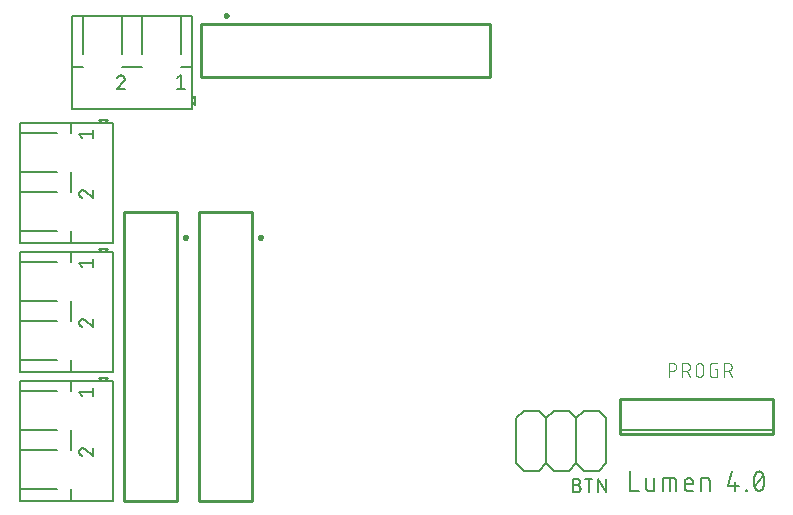
<source format=gbr>
G04 EAGLE Gerber RS-274X export*
G75*
%MOMM*%
%FSLAX34Y34*%
%LPD*%
%INSilkscreen Top*%
%IPPOS*%
%AMOC8*
5,1,8,0,0,1.08239X$1,22.5*%
G01*
%ADD10C,0.152400*%
%ADD11C,0.127000*%
%ADD12C,0.254000*%
%ADD13C,0.101600*%


D10*
X675448Y-762D02*
X675448Y-17018D01*
X682672Y-17018D01*
X688826Y-14309D02*
X688826Y-6181D01*
X688826Y-14309D02*
X688828Y-14410D01*
X688834Y-14511D01*
X688843Y-14612D01*
X688856Y-14713D01*
X688873Y-14813D01*
X688894Y-14912D01*
X688918Y-15010D01*
X688946Y-15107D01*
X688978Y-15204D01*
X689013Y-15299D01*
X689052Y-15392D01*
X689094Y-15484D01*
X689140Y-15575D01*
X689189Y-15664D01*
X689241Y-15750D01*
X689297Y-15835D01*
X689355Y-15918D01*
X689417Y-15998D01*
X689482Y-16076D01*
X689549Y-16152D01*
X689619Y-16225D01*
X689692Y-16295D01*
X689768Y-16362D01*
X689846Y-16427D01*
X689926Y-16489D01*
X690009Y-16547D01*
X690094Y-16603D01*
X690181Y-16655D01*
X690269Y-16704D01*
X690360Y-16750D01*
X690452Y-16792D01*
X690545Y-16831D01*
X690640Y-16866D01*
X690737Y-16898D01*
X690834Y-16926D01*
X690932Y-16950D01*
X691031Y-16971D01*
X691131Y-16988D01*
X691232Y-17001D01*
X691333Y-17010D01*
X691434Y-17016D01*
X691535Y-17018D01*
X696051Y-17018D01*
X696051Y-6181D01*
X703693Y-6181D02*
X703693Y-17018D01*
X703693Y-6181D02*
X711821Y-6181D01*
X711922Y-6183D01*
X712023Y-6189D01*
X712124Y-6198D01*
X712225Y-6211D01*
X712325Y-6228D01*
X712424Y-6249D01*
X712522Y-6273D01*
X712619Y-6301D01*
X712716Y-6333D01*
X712811Y-6368D01*
X712904Y-6407D01*
X712996Y-6449D01*
X713087Y-6495D01*
X713176Y-6544D01*
X713262Y-6596D01*
X713347Y-6652D01*
X713430Y-6710D01*
X713510Y-6772D01*
X713588Y-6837D01*
X713664Y-6904D01*
X713737Y-6974D01*
X713807Y-7047D01*
X713874Y-7123D01*
X713939Y-7201D01*
X714001Y-7281D01*
X714059Y-7364D01*
X714115Y-7449D01*
X714167Y-7536D01*
X714216Y-7624D01*
X714262Y-7715D01*
X714304Y-7807D01*
X714343Y-7900D01*
X714378Y-7995D01*
X714410Y-8092D01*
X714438Y-8189D01*
X714462Y-8287D01*
X714483Y-8386D01*
X714500Y-8486D01*
X714513Y-8587D01*
X714522Y-8688D01*
X714528Y-8789D01*
X714530Y-8890D01*
X714530Y-17018D01*
X709112Y-17018D02*
X709112Y-6181D01*
X724361Y-17018D02*
X728876Y-17018D01*
X724361Y-17018D02*
X724260Y-17016D01*
X724159Y-17010D01*
X724058Y-17001D01*
X723957Y-16988D01*
X723857Y-16971D01*
X723758Y-16950D01*
X723660Y-16926D01*
X723563Y-16898D01*
X723466Y-16866D01*
X723371Y-16831D01*
X723278Y-16792D01*
X723186Y-16750D01*
X723095Y-16704D01*
X723007Y-16655D01*
X722920Y-16603D01*
X722835Y-16547D01*
X722752Y-16489D01*
X722672Y-16427D01*
X722594Y-16362D01*
X722518Y-16295D01*
X722445Y-16225D01*
X722375Y-16152D01*
X722308Y-16076D01*
X722243Y-15998D01*
X722181Y-15918D01*
X722123Y-15835D01*
X722067Y-15750D01*
X722015Y-15664D01*
X721966Y-15575D01*
X721920Y-15484D01*
X721878Y-15392D01*
X721839Y-15299D01*
X721804Y-15204D01*
X721772Y-15107D01*
X721744Y-15010D01*
X721720Y-14912D01*
X721699Y-14813D01*
X721682Y-14713D01*
X721669Y-14612D01*
X721660Y-14511D01*
X721654Y-14410D01*
X721652Y-14309D01*
X721651Y-14309D02*
X721651Y-9793D01*
X721652Y-9793D02*
X721654Y-9674D01*
X721660Y-9554D01*
X721670Y-9435D01*
X721684Y-9317D01*
X721701Y-9198D01*
X721723Y-9081D01*
X721748Y-8964D01*
X721778Y-8849D01*
X721811Y-8734D01*
X721848Y-8620D01*
X721888Y-8508D01*
X721933Y-8397D01*
X721981Y-8288D01*
X722032Y-8180D01*
X722087Y-8074D01*
X722146Y-7970D01*
X722208Y-7868D01*
X722273Y-7768D01*
X722342Y-7670D01*
X722414Y-7574D01*
X722489Y-7481D01*
X722566Y-7391D01*
X722647Y-7303D01*
X722731Y-7218D01*
X722818Y-7136D01*
X722907Y-7056D01*
X722999Y-6980D01*
X723093Y-6906D01*
X723190Y-6836D01*
X723288Y-6769D01*
X723389Y-6705D01*
X723493Y-6645D01*
X723598Y-6588D01*
X723705Y-6535D01*
X723813Y-6485D01*
X723923Y-6439D01*
X724035Y-6397D01*
X724148Y-6358D01*
X724262Y-6323D01*
X724377Y-6292D01*
X724494Y-6264D01*
X724611Y-6241D01*
X724728Y-6221D01*
X724847Y-6205D01*
X724966Y-6193D01*
X725085Y-6185D01*
X725204Y-6181D01*
X725324Y-6181D01*
X725443Y-6185D01*
X725562Y-6193D01*
X725681Y-6205D01*
X725800Y-6221D01*
X725917Y-6241D01*
X726034Y-6264D01*
X726151Y-6292D01*
X726266Y-6323D01*
X726380Y-6358D01*
X726493Y-6397D01*
X726605Y-6439D01*
X726715Y-6485D01*
X726823Y-6535D01*
X726930Y-6588D01*
X727035Y-6645D01*
X727139Y-6705D01*
X727240Y-6769D01*
X727338Y-6836D01*
X727435Y-6906D01*
X727529Y-6980D01*
X727621Y-7056D01*
X727710Y-7136D01*
X727797Y-7218D01*
X727881Y-7303D01*
X727962Y-7391D01*
X728039Y-7481D01*
X728114Y-7574D01*
X728186Y-7670D01*
X728255Y-7768D01*
X728320Y-7868D01*
X728382Y-7970D01*
X728441Y-8074D01*
X728496Y-8180D01*
X728547Y-8288D01*
X728595Y-8397D01*
X728640Y-8508D01*
X728680Y-8620D01*
X728717Y-8734D01*
X728750Y-8849D01*
X728780Y-8964D01*
X728805Y-9081D01*
X728827Y-9198D01*
X728844Y-9317D01*
X728858Y-9435D01*
X728868Y-9554D01*
X728874Y-9674D01*
X728876Y-9793D01*
X728876Y-11599D01*
X721651Y-11599D01*
X735720Y-17018D02*
X735720Y-6181D01*
X740235Y-6181D01*
X740339Y-6183D01*
X740442Y-6189D01*
X740546Y-6199D01*
X740649Y-6213D01*
X740751Y-6231D01*
X740852Y-6252D01*
X740953Y-6278D01*
X741052Y-6307D01*
X741151Y-6340D01*
X741248Y-6377D01*
X741343Y-6418D01*
X741437Y-6462D01*
X741529Y-6510D01*
X741619Y-6561D01*
X741708Y-6616D01*
X741794Y-6674D01*
X741877Y-6736D01*
X741959Y-6800D01*
X742037Y-6868D01*
X742113Y-6938D01*
X742187Y-7011D01*
X742257Y-7088D01*
X742325Y-7166D01*
X742389Y-7248D01*
X742451Y-7331D01*
X742509Y-7417D01*
X742564Y-7506D01*
X742615Y-7596D01*
X742663Y-7688D01*
X742707Y-7782D01*
X742748Y-7877D01*
X742785Y-7974D01*
X742818Y-8073D01*
X742847Y-8172D01*
X742873Y-8273D01*
X742894Y-8374D01*
X742912Y-8476D01*
X742926Y-8579D01*
X742936Y-8683D01*
X742942Y-8786D01*
X742944Y-8890D01*
X742944Y-17018D01*
X758263Y-13406D02*
X761876Y-762D01*
X758263Y-13406D02*
X767294Y-13406D01*
X764585Y-9793D02*
X764585Y-17018D01*
X773269Y-17018D02*
X773269Y-16115D01*
X774172Y-16115D01*
X774172Y-17018D01*
X773269Y-17018D01*
X780147Y-8890D02*
X780151Y-8570D01*
X780162Y-8251D01*
X780181Y-7931D01*
X780208Y-7613D01*
X780242Y-7295D01*
X780284Y-6978D01*
X780334Y-6662D01*
X780391Y-6347D01*
X780455Y-6034D01*
X780527Y-5722D01*
X780606Y-5412D01*
X780693Y-5105D01*
X780787Y-4799D01*
X780888Y-4496D01*
X780997Y-4195D01*
X781112Y-3897D01*
X781235Y-3601D01*
X781365Y-3309D01*
X781502Y-3020D01*
X781502Y-3019D02*
X781541Y-2911D01*
X781584Y-2804D01*
X781630Y-2699D01*
X781680Y-2596D01*
X781734Y-2494D01*
X781791Y-2394D01*
X781852Y-2296D01*
X781916Y-2200D01*
X781983Y-2107D01*
X782053Y-2016D01*
X782127Y-1927D01*
X782203Y-1841D01*
X782283Y-1758D01*
X782365Y-1677D01*
X782450Y-1599D01*
X782537Y-1525D01*
X782628Y-1453D01*
X782720Y-1384D01*
X782815Y-1319D01*
X782912Y-1257D01*
X783011Y-1198D01*
X783112Y-1143D01*
X783215Y-1092D01*
X783320Y-1044D01*
X783426Y-999D01*
X783533Y-958D01*
X783642Y-921D01*
X783753Y-888D01*
X783864Y-859D01*
X783976Y-833D01*
X784089Y-811D01*
X784203Y-794D01*
X784317Y-780D01*
X784432Y-770D01*
X784547Y-764D01*
X784662Y-762D01*
X784777Y-764D01*
X784892Y-770D01*
X785007Y-780D01*
X785121Y-794D01*
X785235Y-811D01*
X785348Y-833D01*
X785460Y-859D01*
X785572Y-888D01*
X785682Y-921D01*
X785791Y-958D01*
X785899Y-999D01*
X786005Y-1044D01*
X786110Y-1092D01*
X786212Y-1143D01*
X786314Y-1199D01*
X786413Y-1257D01*
X786510Y-1319D01*
X786605Y-1385D01*
X786697Y-1453D01*
X786787Y-1525D01*
X786875Y-1599D01*
X786960Y-1677D01*
X787042Y-1758D01*
X787121Y-1841D01*
X787198Y-1927D01*
X787271Y-2016D01*
X787342Y-2107D01*
X787409Y-2201D01*
X787473Y-2296D01*
X787534Y-2394D01*
X787591Y-2494D01*
X787644Y-2596D01*
X787695Y-2700D01*
X787741Y-2805D01*
X787784Y-2912D01*
X787823Y-3020D01*
X787960Y-3309D01*
X788090Y-3601D01*
X788213Y-3897D01*
X788328Y-4195D01*
X788437Y-4496D01*
X788538Y-4799D01*
X788632Y-5105D01*
X788719Y-5412D01*
X788798Y-5722D01*
X788870Y-6034D01*
X788934Y-6347D01*
X788991Y-6662D01*
X789041Y-6978D01*
X789083Y-7295D01*
X789117Y-7613D01*
X789144Y-7931D01*
X789163Y-8251D01*
X789174Y-8570D01*
X789178Y-8890D01*
X780147Y-8890D02*
X780151Y-9210D01*
X780162Y-9529D01*
X780181Y-9849D01*
X780208Y-10167D01*
X780242Y-10485D01*
X780284Y-10802D01*
X780334Y-11118D01*
X780391Y-11433D01*
X780455Y-11746D01*
X780527Y-12058D01*
X780606Y-12368D01*
X780693Y-12675D01*
X780787Y-12981D01*
X780888Y-13284D01*
X780997Y-13585D01*
X781112Y-13883D01*
X781235Y-14179D01*
X781365Y-14471D01*
X781502Y-14760D01*
X781501Y-14761D02*
X781540Y-14869D01*
X781583Y-14976D01*
X781629Y-15081D01*
X781680Y-15185D01*
X781733Y-15287D01*
X781790Y-15387D01*
X781851Y-15485D01*
X781915Y-15580D01*
X781982Y-15674D01*
X782053Y-15765D01*
X782126Y-15854D01*
X782203Y-15940D01*
X782282Y-16023D01*
X782364Y-16104D01*
X782449Y-16182D01*
X782537Y-16256D01*
X782627Y-16328D01*
X782720Y-16397D01*
X782814Y-16462D01*
X782911Y-16524D01*
X783011Y-16582D01*
X783112Y-16638D01*
X783214Y-16689D01*
X783319Y-16737D01*
X783425Y-16782D01*
X783533Y-16823D01*
X783642Y-16860D01*
X783752Y-16893D01*
X783864Y-16922D01*
X783976Y-16948D01*
X784089Y-16970D01*
X784203Y-16987D01*
X784317Y-17001D01*
X784432Y-17011D01*
X784547Y-17017D01*
X784662Y-17019D01*
X787823Y-14760D02*
X787960Y-14471D01*
X788090Y-14179D01*
X788213Y-13883D01*
X788328Y-13585D01*
X788437Y-13284D01*
X788538Y-12981D01*
X788632Y-12675D01*
X788719Y-12368D01*
X788798Y-12058D01*
X788870Y-11746D01*
X788934Y-11433D01*
X788991Y-11118D01*
X789041Y-10802D01*
X789083Y-10485D01*
X789117Y-10167D01*
X789144Y-9849D01*
X789163Y-9529D01*
X789174Y-9210D01*
X789178Y-8890D01*
X787823Y-14760D02*
X787784Y-14868D01*
X787741Y-14975D01*
X787695Y-15080D01*
X787644Y-15184D01*
X787591Y-15286D01*
X787534Y-15386D01*
X787473Y-15484D01*
X787409Y-15579D01*
X787342Y-15673D01*
X787271Y-15764D01*
X787198Y-15853D01*
X787121Y-15939D01*
X787042Y-16022D01*
X786960Y-16103D01*
X786875Y-16181D01*
X786787Y-16255D01*
X786697Y-16327D01*
X786604Y-16396D01*
X786510Y-16461D01*
X786413Y-16523D01*
X786313Y-16581D01*
X786212Y-16637D01*
X786109Y-16688D01*
X786005Y-16736D01*
X785899Y-16781D01*
X785791Y-16822D01*
X785682Y-16859D01*
X785572Y-16892D01*
X785460Y-16921D01*
X785348Y-16947D01*
X785235Y-16969D01*
X785121Y-16986D01*
X785007Y-17000D01*
X784892Y-17010D01*
X784777Y-17016D01*
X784662Y-17018D01*
X781050Y-13406D02*
X788275Y-4374D01*
X203200Y341630D02*
X203200Y384810D01*
X304800Y384810D01*
X212598Y384810D02*
X212598Y353060D01*
X212598Y384810D02*
X245618Y384810D01*
X245618Y353060D01*
X262636Y353060D02*
X262636Y384810D01*
X295656Y384810D01*
X295656Y353060D01*
X304800Y341630D02*
X304800Y384810D01*
X304800Y341630D02*
X304800Y314960D01*
X304800Y312420D01*
X304800Y306070D01*
X203200Y306070D01*
X203200Y341630D01*
X295656Y341630D02*
X304800Y341630D01*
X262636Y341630D02*
X245618Y341630D01*
X212598Y341630D02*
X203200Y341630D01*
D11*
X291973Y332105D02*
X295148Y334645D01*
X295148Y323215D01*
X291973Y323215D02*
X298323Y323215D01*
X247524Y331788D02*
X247522Y331892D01*
X247516Y331997D01*
X247507Y332101D01*
X247494Y332204D01*
X247476Y332307D01*
X247456Y332409D01*
X247431Y332511D01*
X247403Y332611D01*
X247371Y332711D01*
X247335Y332809D01*
X247296Y332906D01*
X247254Y333001D01*
X247208Y333095D01*
X247158Y333187D01*
X247106Y333277D01*
X247050Y333365D01*
X246990Y333451D01*
X246928Y333535D01*
X246863Y333616D01*
X246795Y333695D01*
X246723Y333772D01*
X246650Y333845D01*
X246573Y333917D01*
X246494Y333985D01*
X246413Y334050D01*
X246329Y334112D01*
X246243Y334172D01*
X246155Y334228D01*
X246065Y334280D01*
X245973Y334330D01*
X245879Y334376D01*
X245784Y334418D01*
X245687Y334457D01*
X245589Y334493D01*
X245489Y334525D01*
X245389Y334553D01*
X245287Y334578D01*
X245185Y334598D01*
X245082Y334616D01*
X244979Y334629D01*
X244875Y334638D01*
X244770Y334644D01*
X244666Y334646D01*
X244666Y334645D02*
X244548Y334643D01*
X244429Y334637D01*
X244311Y334628D01*
X244194Y334615D01*
X244077Y334597D01*
X243960Y334577D01*
X243844Y334552D01*
X243729Y334524D01*
X243616Y334491D01*
X243503Y334456D01*
X243391Y334416D01*
X243281Y334374D01*
X243172Y334327D01*
X243064Y334277D01*
X242959Y334224D01*
X242855Y334167D01*
X242753Y334107D01*
X242653Y334044D01*
X242555Y333977D01*
X242459Y333908D01*
X242366Y333835D01*
X242275Y333759D01*
X242186Y333681D01*
X242100Y333599D01*
X242017Y333515D01*
X241936Y333429D01*
X241859Y333339D01*
X241784Y333248D01*
X241712Y333154D01*
X241643Y333057D01*
X241578Y332959D01*
X241515Y332858D01*
X241456Y332755D01*
X241400Y332651D01*
X241348Y332545D01*
X241299Y332437D01*
X241254Y332328D01*
X241212Y332217D01*
X241174Y332105D01*
X246571Y329566D02*
X246647Y329641D01*
X246722Y329720D01*
X246793Y329801D01*
X246862Y329885D01*
X246927Y329971D01*
X246989Y330059D01*
X247049Y330149D01*
X247105Y330241D01*
X247158Y330336D01*
X247207Y330432D01*
X247253Y330530D01*
X247296Y330629D01*
X247335Y330730D01*
X247370Y330832D01*
X247402Y330935D01*
X247430Y331039D01*
X247455Y331144D01*
X247476Y331251D01*
X247493Y331357D01*
X247506Y331464D01*
X247515Y331572D01*
X247521Y331680D01*
X247523Y331788D01*
X246571Y329565D02*
X241173Y323215D01*
X247523Y323215D01*
X304800Y312420D02*
X307340Y309880D01*
X307340Y317500D01*
X304800Y314960D01*
D10*
X201930Y193040D02*
X158750Y193040D01*
X158750Y294640D01*
X158750Y202438D02*
X190500Y202438D01*
X158750Y202438D02*
X158750Y235458D01*
X190500Y235458D01*
X190500Y252476D02*
X158750Y252476D01*
X158750Y285496D01*
X190500Y285496D01*
X201930Y294640D02*
X158750Y294640D01*
X201930Y294640D02*
X228600Y294640D01*
X231140Y294640D01*
X237490Y294640D01*
X237490Y193040D01*
X201930Y193040D01*
X201930Y285496D02*
X201930Y294640D01*
X201930Y252476D02*
X201930Y235458D01*
X201930Y202438D02*
X201930Y193040D01*
D11*
X211455Y281813D02*
X208915Y284988D01*
X220345Y284988D01*
X220345Y281813D02*
X220345Y288163D01*
X211773Y237364D02*
X211669Y237362D01*
X211564Y237356D01*
X211460Y237347D01*
X211357Y237334D01*
X211254Y237316D01*
X211152Y237296D01*
X211050Y237271D01*
X210950Y237243D01*
X210850Y237211D01*
X210752Y237175D01*
X210655Y237136D01*
X210560Y237094D01*
X210466Y237048D01*
X210374Y236998D01*
X210284Y236946D01*
X210196Y236890D01*
X210110Y236830D01*
X210026Y236768D01*
X209945Y236703D01*
X209866Y236635D01*
X209789Y236563D01*
X209716Y236490D01*
X209644Y236413D01*
X209576Y236334D01*
X209511Y236253D01*
X209449Y236169D01*
X209389Y236083D01*
X209333Y235995D01*
X209281Y235905D01*
X209231Y235813D01*
X209185Y235719D01*
X209143Y235624D01*
X209104Y235527D01*
X209068Y235429D01*
X209036Y235329D01*
X209008Y235229D01*
X208983Y235127D01*
X208963Y235025D01*
X208945Y234922D01*
X208932Y234819D01*
X208923Y234715D01*
X208917Y234610D01*
X208915Y234506D01*
X208917Y234388D01*
X208923Y234269D01*
X208932Y234151D01*
X208945Y234034D01*
X208963Y233917D01*
X208983Y233800D01*
X209008Y233684D01*
X209036Y233569D01*
X209069Y233456D01*
X209104Y233343D01*
X209144Y233231D01*
X209186Y233121D01*
X209233Y233012D01*
X209283Y232904D01*
X209336Y232799D01*
X209393Y232695D01*
X209453Y232593D01*
X209516Y232493D01*
X209583Y232395D01*
X209652Y232299D01*
X209725Y232206D01*
X209801Y232115D01*
X209879Y232026D01*
X209961Y231940D01*
X210045Y231857D01*
X210131Y231776D01*
X210221Y231699D01*
X210312Y231624D01*
X210406Y231552D01*
X210503Y231483D01*
X210601Y231418D01*
X210702Y231355D01*
X210805Y231296D01*
X210909Y231240D01*
X211015Y231188D01*
X211123Y231139D01*
X211232Y231094D01*
X211343Y231052D01*
X211455Y231014D01*
X213995Y236411D02*
X213920Y236487D01*
X213841Y236562D01*
X213760Y236633D01*
X213676Y236702D01*
X213590Y236767D01*
X213502Y236829D01*
X213412Y236889D01*
X213320Y236945D01*
X213225Y236998D01*
X213129Y237047D01*
X213031Y237093D01*
X212932Y237136D01*
X212831Y237175D01*
X212729Y237210D01*
X212626Y237242D01*
X212522Y237270D01*
X212417Y237295D01*
X212310Y237316D01*
X212204Y237333D01*
X212097Y237346D01*
X211989Y237355D01*
X211881Y237361D01*
X211773Y237363D01*
X213995Y236411D02*
X220345Y231013D01*
X220345Y237363D01*
X231140Y294640D02*
X233680Y297180D01*
X226060Y297180D01*
X228600Y294640D01*
D10*
X201930Y83820D02*
X158750Y83820D01*
X158750Y185420D01*
X158750Y93218D02*
X190500Y93218D01*
X158750Y93218D02*
X158750Y126238D01*
X190500Y126238D01*
X190500Y143256D02*
X158750Y143256D01*
X158750Y176276D01*
X190500Y176276D01*
X201930Y185420D02*
X158750Y185420D01*
X201930Y185420D02*
X228600Y185420D01*
X231140Y185420D01*
X237490Y185420D01*
X237490Y83820D01*
X201930Y83820D01*
X201930Y176276D02*
X201930Y185420D01*
X201930Y143256D02*
X201930Y126238D01*
X201930Y93218D02*
X201930Y83820D01*
D11*
X211455Y172593D02*
X208915Y175768D01*
X220345Y175768D01*
X220345Y172593D02*
X220345Y178943D01*
X211773Y128144D02*
X211669Y128142D01*
X211564Y128136D01*
X211460Y128127D01*
X211357Y128114D01*
X211254Y128096D01*
X211152Y128076D01*
X211050Y128051D01*
X210950Y128023D01*
X210850Y127991D01*
X210752Y127955D01*
X210655Y127916D01*
X210560Y127874D01*
X210466Y127828D01*
X210374Y127778D01*
X210284Y127726D01*
X210196Y127670D01*
X210110Y127610D01*
X210026Y127548D01*
X209945Y127483D01*
X209866Y127415D01*
X209789Y127343D01*
X209716Y127270D01*
X209644Y127193D01*
X209576Y127114D01*
X209511Y127033D01*
X209449Y126949D01*
X209389Y126863D01*
X209333Y126775D01*
X209281Y126685D01*
X209231Y126593D01*
X209185Y126499D01*
X209143Y126404D01*
X209104Y126307D01*
X209068Y126209D01*
X209036Y126109D01*
X209008Y126009D01*
X208983Y125907D01*
X208963Y125805D01*
X208945Y125702D01*
X208932Y125599D01*
X208923Y125495D01*
X208917Y125390D01*
X208915Y125286D01*
X208917Y125168D01*
X208923Y125049D01*
X208932Y124931D01*
X208945Y124814D01*
X208963Y124697D01*
X208983Y124580D01*
X209008Y124464D01*
X209036Y124349D01*
X209069Y124236D01*
X209104Y124123D01*
X209144Y124011D01*
X209186Y123901D01*
X209233Y123792D01*
X209283Y123684D01*
X209336Y123579D01*
X209393Y123475D01*
X209453Y123373D01*
X209516Y123273D01*
X209583Y123175D01*
X209652Y123079D01*
X209725Y122986D01*
X209801Y122895D01*
X209879Y122806D01*
X209961Y122720D01*
X210045Y122637D01*
X210131Y122556D01*
X210221Y122479D01*
X210312Y122404D01*
X210406Y122332D01*
X210503Y122263D01*
X210601Y122198D01*
X210702Y122135D01*
X210805Y122076D01*
X210909Y122020D01*
X211015Y121968D01*
X211123Y121919D01*
X211232Y121874D01*
X211343Y121832D01*
X211455Y121794D01*
X213995Y127191D02*
X213920Y127267D01*
X213841Y127342D01*
X213760Y127413D01*
X213676Y127482D01*
X213590Y127547D01*
X213502Y127609D01*
X213412Y127669D01*
X213320Y127725D01*
X213225Y127778D01*
X213129Y127827D01*
X213031Y127873D01*
X212932Y127916D01*
X212831Y127955D01*
X212729Y127990D01*
X212626Y128022D01*
X212522Y128050D01*
X212417Y128075D01*
X212310Y128096D01*
X212204Y128113D01*
X212097Y128126D01*
X211989Y128135D01*
X211881Y128141D01*
X211773Y128143D01*
X213995Y127191D02*
X220345Y121793D01*
X220345Y128143D01*
X231140Y185420D02*
X233680Y187960D01*
X226060Y187960D01*
X228600Y185420D01*
D10*
X201930Y-25400D02*
X158750Y-25400D01*
X158750Y76200D01*
X158750Y-16002D02*
X190500Y-16002D01*
X158750Y-16002D02*
X158750Y17018D01*
X190500Y17018D01*
X190500Y34036D02*
X158750Y34036D01*
X158750Y67056D01*
X190500Y67056D01*
X201930Y76200D02*
X158750Y76200D01*
X201930Y76200D02*
X228600Y76200D01*
X231140Y76200D01*
X237490Y76200D01*
X237490Y-25400D01*
X201930Y-25400D01*
X201930Y67056D02*
X201930Y76200D01*
X201930Y34036D02*
X201930Y17018D01*
X201930Y-16002D02*
X201930Y-25400D01*
D11*
X211455Y63373D02*
X208915Y66548D01*
X220345Y66548D01*
X220345Y63373D02*
X220345Y69723D01*
X211773Y18924D02*
X211669Y18922D01*
X211564Y18916D01*
X211460Y18907D01*
X211357Y18894D01*
X211254Y18876D01*
X211152Y18856D01*
X211050Y18831D01*
X210950Y18803D01*
X210850Y18771D01*
X210752Y18735D01*
X210655Y18696D01*
X210560Y18654D01*
X210466Y18608D01*
X210374Y18558D01*
X210284Y18506D01*
X210196Y18450D01*
X210110Y18390D01*
X210026Y18328D01*
X209945Y18263D01*
X209866Y18195D01*
X209789Y18123D01*
X209716Y18050D01*
X209644Y17973D01*
X209576Y17894D01*
X209511Y17813D01*
X209449Y17729D01*
X209389Y17643D01*
X209333Y17555D01*
X209281Y17465D01*
X209231Y17373D01*
X209185Y17279D01*
X209143Y17184D01*
X209104Y17087D01*
X209068Y16989D01*
X209036Y16889D01*
X209008Y16789D01*
X208983Y16687D01*
X208963Y16585D01*
X208945Y16482D01*
X208932Y16379D01*
X208923Y16275D01*
X208917Y16170D01*
X208915Y16066D01*
X208917Y15948D01*
X208923Y15829D01*
X208932Y15711D01*
X208945Y15594D01*
X208963Y15477D01*
X208983Y15360D01*
X209008Y15244D01*
X209036Y15129D01*
X209069Y15016D01*
X209104Y14903D01*
X209144Y14791D01*
X209186Y14681D01*
X209233Y14572D01*
X209283Y14464D01*
X209336Y14359D01*
X209393Y14255D01*
X209453Y14153D01*
X209516Y14053D01*
X209583Y13955D01*
X209652Y13859D01*
X209725Y13766D01*
X209801Y13675D01*
X209879Y13586D01*
X209961Y13500D01*
X210045Y13417D01*
X210131Y13336D01*
X210221Y13259D01*
X210312Y13184D01*
X210406Y13112D01*
X210503Y13043D01*
X210601Y12978D01*
X210702Y12915D01*
X210805Y12856D01*
X210909Y12800D01*
X211015Y12748D01*
X211123Y12699D01*
X211232Y12654D01*
X211343Y12612D01*
X211455Y12574D01*
X213995Y17971D02*
X213920Y18047D01*
X213841Y18122D01*
X213760Y18193D01*
X213676Y18262D01*
X213590Y18327D01*
X213502Y18389D01*
X213412Y18449D01*
X213320Y18505D01*
X213225Y18558D01*
X213129Y18607D01*
X213031Y18653D01*
X212932Y18696D01*
X212831Y18735D01*
X212729Y18770D01*
X212626Y18802D01*
X212522Y18830D01*
X212417Y18855D01*
X212310Y18876D01*
X212204Y18893D01*
X212097Y18906D01*
X211989Y18915D01*
X211881Y18921D01*
X211773Y18923D01*
X213995Y17971D02*
X220345Y12573D01*
X220345Y18923D01*
X231140Y76200D02*
X233680Y78740D01*
X226060Y78740D01*
X228600Y76200D01*
D12*
X556840Y333460D02*
X556840Y378460D01*
X556840Y333460D02*
X311840Y333460D01*
X311840Y378460D01*
X556840Y378460D01*
X332210Y385330D02*
X332212Y385402D01*
X332218Y385473D01*
X332228Y385544D01*
X332242Y385615D01*
X332260Y385684D01*
X332281Y385752D01*
X332306Y385820D01*
X332336Y385885D01*
X332368Y385949D01*
X332404Y386011D01*
X332444Y386071D01*
X332487Y386128D01*
X332533Y386183D01*
X332582Y386236D01*
X332633Y386285D01*
X332688Y386332D01*
X332745Y386376D01*
X332804Y386416D01*
X332865Y386453D01*
X332929Y386487D01*
X332994Y386517D01*
X333061Y386543D01*
X333129Y386565D01*
X333198Y386584D01*
X333268Y386599D01*
X333339Y386610D01*
X333410Y386617D01*
X333482Y386620D01*
X333554Y386619D01*
X333625Y386614D01*
X333696Y386605D01*
X333767Y386592D01*
X333837Y386575D01*
X333905Y386555D01*
X333973Y386530D01*
X334039Y386502D01*
X334103Y386470D01*
X334166Y386435D01*
X334226Y386396D01*
X334284Y386354D01*
X334340Y386309D01*
X334393Y386261D01*
X334443Y386210D01*
X334491Y386156D01*
X334535Y386100D01*
X334576Y386041D01*
X334614Y385980D01*
X334649Y385917D01*
X334679Y385853D01*
X334707Y385786D01*
X334730Y385718D01*
X334750Y385649D01*
X334766Y385579D01*
X334778Y385509D01*
X334786Y385437D01*
X334790Y385366D01*
X334790Y385294D01*
X334786Y385223D01*
X334778Y385151D01*
X334766Y385081D01*
X334750Y385011D01*
X334730Y384942D01*
X334707Y384874D01*
X334679Y384807D01*
X334649Y384743D01*
X334614Y384680D01*
X334576Y384619D01*
X334535Y384560D01*
X334491Y384504D01*
X334443Y384450D01*
X334393Y384399D01*
X334340Y384351D01*
X334284Y384306D01*
X334226Y384264D01*
X334166Y384225D01*
X334103Y384190D01*
X334039Y384158D01*
X333973Y384130D01*
X333905Y384105D01*
X333837Y384085D01*
X333767Y384068D01*
X333696Y384055D01*
X333625Y384046D01*
X333554Y384041D01*
X333482Y384040D01*
X333410Y384043D01*
X333339Y384050D01*
X333268Y384061D01*
X333198Y384076D01*
X333129Y384095D01*
X333061Y384117D01*
X332994Y384143D01*
X332929Y384173D01*
X332865Y384207D01*
X332804Y384244D01*
X332745Y384284D01*
X332688Y384328D01*
X332633Y384375D01*
X332582Y384424D01*
X332533Y384477D01*
X332487Y384532D01*
X332444Y384589D01*
X332404Y384649D01*
X332368Y384711D01*
X332336Y384775D01*
X332306Y384840D01*
X332281Y384908D01*
X332260Y384976D01*
X332242Y385045D01*
X332228Y385116D01*
X332218Y385187D01*
X332212Y385258D01*
X332210Y385330D01*
X292100Y-25980D02*
X247100Y-25980D01*
X247100Y219020D01*
X292100Y219020D01*
X292100Y-25980D01*
X297680Y197360D02*
X297682Y197432D01*
X297688Y197503D01*
X297698Y197574D01*
X297712Y197645D01*
X297730Y197714D01*
X297751Y197782D01*
X297776Y197850D01*
X297806Y197915D01*
X297838Y197979D01*
X297874Y198041D01*
X297914Y198101D01*
X297957Y198158D01*
X298003Y198213D01*
X298052Y198266D01*
X298103Y198315D01*
X298158Y198362D01*
X298215Y198406D01*
X298274Y198446D01*
X298335Y198483D01*
X298399Y198517D01*
X298464Y198547D01*
X298531Y198573D01*
X298599Y198595D01*
X298668Y198614D01*
X298738Y198629D01*
X298809Y198640D01*
X298880Y198647D01*
X298952Y198650D01*
X299024Y198649D01*
X299095Y198644D01*
X299166Y198635D01*
X299237Y198622D01*
X299307Y198605D01*
X299375Y198585D01*
X299443Y198560D01*
X299509Y198532D01*
X299573Y198500D01*
X299636Y198465D01*
X299696Y198426D01*
X299754Y198384D01*
X299810Y198339D01*
X299863Y198291D01*
X299913Y198240D01*
X299961Y198186D01*
X300005Y198130D01*
X300046Y198071D01*
X300084Y198010D01*
X300119Y197947D01*
X300149Y197883D01*
X300177Y197816D01*
X300200Y197748D01*
X300220Y197679D01*
X300236Y197609D01*
X300248Y197539D01*
X300256Y197467D01*
X300260Y197396D01*
X300260Y197324D01*
X300256Y197253D01*
X300248Y197181D01*
X300236Y197111D01*
X300220Y197041D01*
X300200Y196972D01*
X300177Y196904D01*
X300149Y196837D01*
X300119Y196773D01*
X300084Y196710D01*
X300046Y196649D01*
X300005Y196590D01*
X299961Y196534D01*
X299913Y196480D01*
X299863Y196429D01*
X299810Y196381D01*
X299754Y196336D01*
X299696Y196294D01*
X299636Y196255D01*
X299573Y196220D01*
X299509Y196188D01*
X299443Y196160D01*
X299375Y196135D01*
X299307Y196115D01*
X299237Y196098D01*
X299166Y196085D01*
X299095Y196076D01*
X299024Y196071D01*
X298952Y196070D01*
X298880Y196073D01*
X298809Y196080D01*
X298738Y196091D01*
X298668Y196106D01*
X298599Y196125D01*
X298531Y196147D01*
X298464Y196173D01*
X298399Y196203D01*
X298335Y196237D01*
X298274Y196274D01*
X298215Y196314D01*
X298158Y196358D01*
X298103Y196405D01*
X298052Y196454D01*
X298003Y196507D01*
X297957Y196562D01*
X297914Y196619D01*
X297874Y196679D01*
X297838Y196741D01*
X297806Y196805D01*
X297776Y196870D01*
X297751Y196938D01*
X297730Y197006D01*
X297712Y197075D01*
X297698Y197146D01*
X297688Y197217D01*
X297682Y197288D01*
X297680Y197360D01*
X310600Y-25980D02*
X355600Y-25980D01*
X310600Y-25980D02*
X310600Y219020D01*
X355600Y219020D01*
X355600Y-25980D01*
X361180Y197360D02*
X361182Y197432D01*
X361188Y197503D01*
X361198Y197574D01*
X361212Y197645D01*
X361230Y197714D01*
X361251Y197782D01*
X361276Y197850D01*
X361306Y197915D01*
X361338Y197979D01*
X361374Y198041D01*
X361414Y198101D01*
X361457Y198158D01*
X361503Y198213D01*
X361552Y198266D01*
X361603Y198315D01*
X361658Y198362D01*
X361715Y198406D01*
X361774Y198446D01*
X361835Y198483D01*
X361899Y198517D01*
X361964Y198547D01*
X362031Y198573D01*
X362099Y198595D01*
X362168Y198614D01*
X362238Y198629D01*
X362309Y198640D01*
X362380Y198647D01*
X362452Y198650D01*
X362524Y198649D01*
X362595Y198644D01*
X362666Y198635D01*
X362737Y198622D01*
X362807Y198605D01*
X362875Y198585D01*
X362943Y198560D01*
X363009Y198532D01*
X363073Y198500D01*
X363136Y198465D01*
X363196Y198426D01*
X363254Y198384D01*
X363310Y198339D01*
X363363Y198291D01*
X363413Y198240D01*
X363461Y198186D01*
X363505Y198130D01*
X363546Y198071D01*
X363584Y198010D01*
X363619Y197947D01*
X363649Y197883D01*
X363677Y197816D01*
X363700Y197748D01*
X363720Y197679D01*
X363736Y197609D01*
X363748Y197539D01*
X363756Y197467D01*
X363760Y197396D01*
X363760Y197324D01*
X363756Y197253D01*
X363748Y197181D01*
X363736Y197111D01*
X363720Y197041D01*
X363700Y196972D01*
X363677Y196904D01*
X363649Y196837D01*
X363619Y196773D01*
X363584Y196710D01*
X363546Y196649D01*
X363505Y196590D01*
X363461Y196534D01*
X363413Y196480D01*
X363363Y196429D01*
X363310Y196381D01*
X363254Y196336D01*
X363196Y196294D01*
X363136Y196255D01*
X363073Y196220D01*
X363009Y196188D01*
X362943Y196160D01*
X362875Y196135D01*
X362807Y196115D01*
X362737Y196098D01*
X362666Y196085D01*
X362595Y196076D01*
X362524Y196071D01*
X362452Y196070D01*
X362380Y196073D01*
X362309Y196080D01*
X362238Y196091D01*
X362168Y196106D01*
X362099Y196125D01*
X362031Y196147D01*
X361964Y196173D01*
X361899Y196203D01*
X361835Y196237D01*
X361774Y196274D01*
X361715Y196314D01*
X361658Y196358D01*
X361603Y196405D01*
X361552Y196454D01*
X361503Y196507D01*
X361457Y196562D01*
X361414Y196619D01*
X361374Y196679D01*
X361338Y196741D01*
X361306Y196805D01*
X361276Y196870D01*
X361251Y196938D01*
X361230Y197006D01*
X361212Y197075D01*
X361198Y197146D01*
X361188Y197217D01*
X361182Y197288D01*
X361180Y197360D01*
X666720Y60220D02*
X796320Y60220D01*
X666720Y60220D02*
X666720Y31220D01*
X796320Y31220D01*
X796320Y60220D01*
D10*
X795220Y34720D02*
X667820Y34720D01*
D13*
X708234Y79248D02*
X708234Y90932D01*
X711479Y90932D01*
X711592Y90930D01*
X711705Y90924D01*
X711818Y90914D01*
X711931Y90900D01*
X712043Y90883D01*
X712154Y90861D01*
X712264Y90836D01*
X712374Y90806D01*
X712482Y90773D01*
X712589Y90736D01*
X712695Y90696D01*
X712799Y90651D01*
X712902Y90603D01*
X713003Y90552D01*
X713102Y90497D01*
X713199Y90439D01*
X713294Y90377D01*
X713387Y90312D01*
X713477Y90244D01*
X713565Y90173D01*
X713651Y90098D01*
X713734Y90021D01*
X713814Y89941D01*
X713891Y89858D01*
X713966Y89772D01*
X714037Y89684D01*
X714105Y89594D01*
X714170Y89501D01*
X714232Y89406D01*
X714290Y89309D01*
X714345Y89210D01*
X714396Y89109D01*
X714444Y89006D01*
X714489Y88902D01*
X714529Y88796D01*
X714566Y88689D01*
X714599Y88581D01*
X714629Y88471D01*
X714654Y88361D01*
X714676Y88250D01*
X714693Y88138D01*
X714707Y88025D01*
X714717Y87912D01*
X714723Y87799D01*
X714725Y87686D01*
X714723Y87573D01*
X714717Y87460D01*
X714707Y87347D01*
X714693Y87234D01*
X714676Y87122D01*
X714654Y87011D01*
X714629Y86901D01*
X714599Y86791D01*
X714566Y86683D01*
X714529Y86576D01*
X714489Y86470D01*
X714444Y86366D01*
X714396Y86263D01*
X714345Y86162D01*
X714290Y86063D01*
X714232Y85966D01*
X714170Y85871D01*
X714105Y85778D01*
X714037Y85688D01*
X713966Y85600D01*
X713891Y85514D01*
X713814Y85431D01*
X713734Y85351D01*
X713651Y85274D01*
X713565Y85199D01*
X713477Y85128D01*
X713387Y85060D01*
X713294Y84995D01*
X713199Y84933D01*
X713102Y84875D01*
X713003Y84820D01*
X712902Y84769D01*
X712799Y84721D01*
X712695Y84676D01*
X712589Y84636D01*
X712482Y84599D01*
X712374Y84566D01*
X712264Y84536D01*
X712154Y84511D01*
X712043Y84489D01*
X711931Y84472D01*
X711818Y84458D01*
X711705Y84448D01*
X711592Y84442D01*
X711479Y84440D01*
X711479Y84441D02*
X708234Y84441D01*
X719568Y79248D02*
X719568Y90932D01*
X722814Y90932D01*
X722927Y90930D01*
X723040Y90924D01*
X723153Y90914D01*
X723266Y90900D01*
X723378Y90883D01*
X723489Y90861D01*
X723599Y90836D01*
X723709Y90806D01*
X723817Y90773D01*
X723924Y90736D01*
X724030Y90696D01*
X724134Y90651D01*
X724237Y90603D01*
X724338Y90552D01*
X724437Y90497D01*
X724534Y90439D01*
X724629Y90377D01*
X724722Y90312D01*
X724812Y90244D01*
X724900Y90173D01*
X724986Y90098D01*
X725069Y90021D01*
X725149Y89941D01*
X725226Y89858D01*
X725301Y89772D01*
X725372Y89684D01*
X725440Y89594D01*
X725505Y89501D01*
X725567Y89406D01*
X725625Y89309D01*
X725680Y89210D01*
X725731Y89109D01*
X725779Y89006D01*
X725824Y88902D01*
X725864Y88796D01*
X725901Y88689D01*
X725934Y88581D01*
X725964Y88471D01*
X725989Y88361D01*
X726011Y88250D01*
X726028Y88138D01*
X726042Y88025D01*
X726052Y87912D01*
X726058Y87799D01*
X726060Y87686D01*
X726058Y87573D01*
X726052Y87460D01*
X726042Y87347D01*
X726028Y87234D01*
X726011Y87122D01*
X725989Y87011D01*
X725964Y86901D01*
X725934Y86791D01*
X725901Y86683D01*
X725864Y86576D01*
X725824Y86470D01*
X725779Y86366D01*
X725731Y86263D01*
X725680Y86162D01*
X725625Y86063D01*
X725567Y85966D01*
X725505Y85871D01*
X725440Y85778D01*
X725372Y85688D01*
X725301Y85600D01*
X725226Y85514D01*
X725149Y85431D01*
X725069Y85351D01*
X724986Y85274D01*
X724900Y85199D01*
X724812Y85128D01*
X724722Y85060D01*
X724629Y84995D01*
X724534Y84933D01*
X724437Y84875D01*
X724338Y84820D01*
X724237Y84769D01*
X724134Y84721D01*
X724030Y84676D01*
X723924Y84636D01*
X723817Y84599D01*
X723709Y84566D01*
X723599Y84536D01*
X723489Y84511D01*
X723378Y84489D01*
X723266Y84472D01*
X723153Y84458D01*
X723040Y84448D01*
X722927Y84442D01*
X722814Y84440D01*
X722814Y84441D02*
X719568Y84441D01*
X723463Y84441D02*
X726059Y79248D01*
X730924Y82494D02*
X730924Y87686D01*
X730926Y87799D01*
X730932Y87912D01*
X730942Y88025D01*
X730956Y88138D01*
X730973Y88250D01*
X730995Y88361D01*
X731020Y88471D01*
X731050Y88581D01*
X731083Y88689D01*
X731120Y88796D01*
X731160Y88902D01*
X731205Y89006D01*
X731253Y89109D01*
X731304Y89210D01*
X731359Y89309D01*
X731417Y89406D01*
X731479Y89501D01*
X731544Y89594D01*
X731612Y89684D01*
X731683Y89772D01*
X731758Y89858D01*
X731835Y89941D01*
X731915Y90021D01*
X731998Y90098D01*
X732084Y90173D01*
X732172Y90244D01*
X732262Y90312D01*
X732355Y90377D01*
X732450Y90439D01*
X732547Y90497D01*
X732646Y90552D01*
X732747Y90603D01*
X732850Y90651D01*
X732954Y90696D01*
X733060Y90736D01*
X733167Y90773D01*
X733275Y90806D01*
X733385Y90836D01*
X733495Y90861D01*
X733606Y90883D01*
X733718Y90900D01*
X733831Y90914D01*
X733944Y90924D01*
X734057Y90930D01*
X734170Y90932D01*
X734283Y90930D01*
X734396Y90924D01*
X734509Y90914D01*
X734622Y90900D01*
X734734Y90883D01*
X734845Y90861D01*
X734955Y90836D01*
X735065Y90806D01*
X735173Y90773D01*
X735280Y90736D01*
X735386Y90696D01*
X735490Y90651D01*
X735593Y90603D01*
X735694Y90552D01*
X735793Y90497D01*
X735890Y90439D01*
X735985Y90377D01*
X736078Y90312D01*
X736168Y90244D01*
X736256Y90173D01*
X736342Y90098D01*
X736425Y90021D01*
X736505Y89941D01*
X736582Y89858D01*
X736657Y89772D01*
X736728Y89684D01*
X736796Y89594D01*
X736861Y89501D01*
X736923Y89406D01*
X736981Y89309D01*
X737036Y89210D01*
X737087Y89109D01*
X737135Y89006D01*
X737180Y88902D01*
X737220Y88796D01*
X737257Y88689D01*
X737290Y88581D01*
X737320Y88471D01*
X737345Y88361D01*
X737367Y88250D01*
X737384Y88138D01*
X737398Y88025D01*
X737408Y87912D01*
X737414Y87799D01*
X737416Y87686D01*
X737415Y87686D02*
X737415Y82494D01*
X737416Y82494D02*
X737414Y82381D01*
X737408Y82268D01*
X737398Y82155D01*
X737384Y82042D01*
X737367Y81930D01*
X737345Y81819D01*
X737320Y81709D01*
X737290Y81599D01*
X737257Y81491D01*
X737220Y81384D01*
X737180Y81278D01*
X737135Y81174D01*
X737087Y81071D01*
X737036Y80970D01*
X736981Y80871D01*
X736923Y80774D01*
X736861Y80679D01*
X736796Y80586D01*
X736728Y80496D01*
X736657Y80408D01*
X736582Y80322D01*
X736505Y80239D01*
X736425Y80159D01*
X736342Y80082D01*
X736256Y80007D01*
X736168Y79936D01*
X736078Y79868D01*
X735985Y79803D01*
X735890Y79741D01*
X735793Y79683D01*
X735694Y79628D01*
X735593Y79577D01*
X735490Y79529D01*
X735386Y79484D01*
X735280Y79444D01*
X735173Y79407D01*
X735065Y79374D01*
X734955Y79344D01*
X734845Y79319D01*
X734734Y79297D01*
X734622Y79280D01*
X734509Y79266D01*
X734396Y79256D01*
X734283Y79250D01*
X734170Y79248D01*
X734057Y79250D01*
X733944Y79256D01*
X733831Y79266D01*
X733718Y79280D01*
X733606Y79297D01*
X733495Y79319D01*
X733385Y79344D01*
X733275Y79374D01*
X733167Y79407D01*
X733060Y79444D01*
X732954Y79484D01*
X732850Y79529D01*
X732747Y79577D01*
X732646Y79628D01*
X732547Y79683D01*
X732450Y79741D01*
X732355Y79803D01*
X732262Y79868D01*
X732172Y79936D01*
X732084Y80007D01*
X731998Y80082D01*
X731915Y80159D01*
X731835Y80239D01*
X731758Y80322D01*
X731683Y80408D01*
X731612Y80496D01*
X731544Y80586D01*
X731479Y80679D01*
X731417Y80774D01*
X731359Y80871D01*
X731304Y80970D01*
X731253Y81071D01*
X731205Y81174D01*
X731160Y81278D01*
X731120Y81384D01*
X731083Y81491D01*
X731050Y81599D01*
X731020Y81709D01*
X730995Y81819D01*
X730973Y81930D01*
X730956Y82042D01*
X730942Y82155D01*
X730932Y82268D01*
X730926Y82381D01*
X730924Y82494D01*
X747279Y85739D02*
X749226Y85739D01*
X749226Y79248D01*
X745332Y79248D01*
X745233Y79250D01*
X745133Y79256D01*
X745034Y79265D01*
X744936Y79278D01*
X744838Y79295D01*
X744740Y79316D01*
X744644Y79341D01*
X744549Y79369D01*
X744455Y79401D01*
X744362Y79436D01*
X744270Y79475D01*
X744180Y79518D01*
X744092Y79563D01*
X744005Y79613D01*
X743921Y79665D01*
X743838Y79721D01*
X743758Y79779D01*
X743680Y79841D01*
X743605Y79906D01*
X743532Y79974D01*
X743462Y80044D01*
X743394Y80117D01*
X743329Y80192D01*
X743267Y80270D01*
X743209Y80350D01*
X743153Y80433D01*
X743101Y80517D01*
X743051Y80604D01*
X743006Y80692D01*
X742963Y80782D01*
X742924Y80874D01*
X742889Y80967D01*
X742857Y81061D01*
X742829Y81156D01*
X742804Y81252D01*
X742783Y81350D01*
X742766Y81448D01*
X742753Y81546D01*
X742744Y81645D01*
X742738Y81745D01*
X742736Y81844D01*
X742735Y81844D02*
X742735Y88336D01*
X742736Y88336D02*
X742738Y88435D01*
X742744Y88535D01*
X742753Y88634D01*
X742766Y88732D01*
X742783Y88830D01*
X742804Y88928D01*
X742829Y89024D01*
X742857Y89119D01*
X742889Y89213D01*
X742924Y89306D01*
X742963Y89398D01*
X743006Y89488D01*
X743051Y89576D01*
X743101Y89663D01*
X743153Y89747D01*
X743209Y89830D01*
X743267Y89910D01*
X743329Y89988D01*
X743394Y90063D01*
X743462Y90136D01*
X743532Y90206D01*
X743605Y90274D01*
X743680Y90339D01*
X743758Y90401D01*
X743838Y90459D01*
X743921Y90515D01*
X744005Y90567D01*
X744092Y90617D01*
X744180Y90662D01*
X744270Y90705D01*
X744362Y90744D01*
X744454Y90779D01*
X744549Y90811D01*
X744644Y90839D01*
X744740Y90864D01*
X744838Y90885D01*
X744936Y90902D01*
X745034Y90915D01*
X745133Y90924D01*
X745233Y90930D01*
X745332Y90932D01*
X749226Y90932D01*
X755001Y90932D02*
X755001Y79248D01*
X755001Y90932D02*
X758246Y90932D01*
X758359Y90930D01*
X758472Y90924D01*
X758585Y90914D01*
X758698Y90900D01*
X758810Y90883D01*
X758921Y90861D01*
X759031Y90836D01*
X759141Y90806D01*
X759249Y90773D01*
X759356Y90736D01*
X759462Y90696D01*
X759566Y90651D01*
X759669Y90603D01*
X759770Y90552D01*
X759869Y90497D01*
X759966Y90439D01*
X760061Y90377D01*
X760154Y90312D01*
X760244Y90244D01*
X760332Y90173D01*
X760418Y90098D01*
X760501Y90021D01*
X760581Y89941D01*
X760658Y89858D01*
X760733Y89772D01*
X760804Y89684D01*
X760872Y89594D01*
X760937Y89501D01*
X760999Y89406D01*
X761057Y89309D01*
X761112Y89210D01*
X761163Y89109D01*
X761211Y89006D01*
X761256Y88902D01*
X761296Y88796D01*
X761333Y88689D01*
X761366Y88581D01*
X761396Y88471D01*
X761421Y88361D01*
X761443Y88250D01*
X761460Y88138D01*
X761474Y88025D01*
X761484Y87912D01*
X761490Y87799D01*
X761492Y87686D01*
X761490Y87573D01*
X761484Y87460D01*
X761474Y87347D01*
X761460Y87234D01*
X761443Y87122D01*
X761421Y87011D01*
X761396Y86901D01*
X761366Y86791D01*
X761333Y86683D01*
X761296Y86576D01*
X761256Y86470D01*
X761211Y86366D01*
X761163Y86263D01*
X761112Y86162D01*
X761057Y86063D01*
X760999Y85966D01*
X760937Y85871D01*
X760872Y85778D01*
X760804Y85688D01*
X760733Y85600D01*
X760658Y85514D01*
X760581Y85431D01*
X760501Y85351D01*
X760418Y85274D01*
X760332Y85199D01*
X760244Y85128D01*
X760154Y85060D01*
X760061Y84995D01*
X759966Y84933D01*
X759869Y84875D01*
X759770Y84820D01*
X759669Y84769D01*
X759566Y84721D01*
X759462Y84676D01*
X759356Y84636D01*
X759249Y84599D01*
X759141Y84566D01*
X759031Y84536D01*
X758921Y84511D01*
X758810Y84489D01*
X758698Y84472D01*
X758585Y84458D01*
X758472Y84448D01*
X758359Y84442D01*
X758246Y84440D01*
X758246Y84441D02*
X755001Y84441D01*
X758896Y84441D02*
X761492Y79248D01*
D10*
X655320Y44450D02*
X648970Y50800D01*
X636270Y50800D02*
X629920Y44450D01*
X623570Y50800D01*
X610870Y50800D02*
X604520Y44450D01*
X655320Y44450D02*
X655320Y6350D01*
X648970Y0D01*
X636270Y0D01*
X629920Y6350D01*
X623570Y0D01*
X610870Y0D01*
X604520Y6350D01*
X629920Y6350D02*
X629920Y44450D01*
X604520Y44450D02*
X604520Y6350D01*
X610870Y50800D02*
X623570Y50800D01*
X636270Y50800D02*
X648970Y50800D01*
X604520Y44450D02*
X598170Y50800D01*
X585470Y50800D02*
X579120Y44450D01*
X604520Y6350D02*
X598170Y0D01*
X585470Y0D01*
X579120Y6350D01*
X579120Y44450D01*
X585470Y50800D02*
X598170Y50800D01*
D11*
X627190Y-12065D02*
X630365Y-12065D01*
X630476Y-12067D01*
X630586Y-12073D01*
X630697Y-12082D01*
X630807Y-12096D01*
X630916Y-12113D01*
X631025Y-12134D01*
X631133Y-12159D01*
X631240Y-12188D01*
X631346Y-12220D01*
X631451Y-12256D01*
X631554Y-12296D01*
X631656Y-12339D01*
X631757Y-12386D01*
X631856Y-12437D01*
X631953Y-12490D01*
X632047Y-12547D01*
X632140Y-12608D01*
X632231Y-12671D01*
X632320Y-12738D01*
X632406Y-12808D01*
X632489Y-12881D01*
X632571Y-12956D01*
X632649Y-13034D01*
X632724Y-13116D01*
X632797Y-13199D01*
X632867Y-13285D01*
X632934Y-13374D01*
X632997Y-13465D01*
X633058Y-13558D01*
X633115Y-13653D01*
X633168Y-13749D01*
X633219Y-13848D01*
X633266Y-13949D01*
X633309Y-14051D01*
X633349Y-14154D01*
X633385Y-14259D01*
X633417Y-14365D01*
X633446Y-14472D01*
X633471Y-14580D01*
X633492Y-14689D01*
X633509Y-14798D01*
X633523Y-14908D01*
X633532Y-15019D01*
X633538Y-15129D01*
X633540Y-15240D01*
X633538Y-15351D01*
X633532Y-15461D01*
X633523Y-15572D01*
X633509Y-15682D01*
X633492Y-15791D01*
X633471Y-15900D01*
X633446Y-16008D01*
X633417Y-16115D01*
X633385Y-16221D01*
X633349Y-16326D01*
X633309Y-16429D01*
X633266Y-16531D01*
X633219Y-16632D01*
X633168Y-16731D01*
X633115Y-16828D01*
X633058Y-16922D01*
X632997Y-17015D01*
X632934Y-17106D01*
X632867Y-17195D01*
X632797Y-17281D01*
X632724Y-17364D01*
X632649Y-17446D01*
X632571Y-17524D01*
X632489Y-17599D01*
X632406Y-17672D01*
X632320Y-17742D01*
X632231Y-17809D01*
X632140Y-17872D01*
X632047Y-17933D01*
X631953Y-17990D01*
X631856Y-18043D01*
X631757Y-18094D01*
X631656Y-18141D01*
X631554Y-18184D01*
X631451Y-18224D01*
X631346Y-18260D01*
X631240Y-18292D01*
X631133Y-18321D01*
X631025Y-18346D01*
X630916Y-18367D01*
X630807Y-18384D01*
X630697Y-18398D01*
X630586Y-18407D01*
X630476Y-18413D01*
X630365Y-18415D01*
X627190Y-18415D01*
X627190Y-6985D01*
X630365Y-6985D01*
X630465Y-6987D01*
X630564Y-6993D01*
X630664Y-7003D01*
X630762Y-7016D01*
X630861Y-7034D01*
X630958Y-7055D01*
X631054Y-7080D01*
X631150Y-7109D01*
X631244Y-7142D01*
X631337Y-7178D01*
X631428Y-7218D01*
X631518Y-7262D01*
X631606Y-7309D01*
X631692Y-7359D01*
X631776Y-7413D01*
X631858Y-7470D01*
X631937Y-7530D01*
X632015Y-7594D01*
X632089Y-7660D01*
X632161Y-7729D01*
X632230Y-7801D01*
X632296Y-7875D01*
X632360Y-7953D01*
X632420Y-8032D01*
X632477Y-8114D01*
X632531Y-8198D01*
X632581Y-8284D01*
X632628Y-8372D01*
X632672Y-8462D01*
X632712Y-8553D01*
X632748Y-8646D01*
X632781Y-8740D01*
X632810Y-8836D01*
X632835Y-8932D01*
X632856Y-9029D01*
X632874Y-9128D01*
X632887Y-9226D01*
X632897Y-9326D01*
X632903Y-9425D01*
X632905Y-9525D01*
X632903Y-9625D01*
X632897Y-9724D01*
X632887Y-9824D01*
X632874Y-9922D01*
X632856Y-10021D01*
X632835Y-10118D01*
X632810Y-10214D01*
X632781Y-10310D01*
X632748Y-10404D01*
X632712Y-10497D01*
X632672Y-10588D01*
X632628Y-10678D01*
X632581Y-10766D01*
X632531Y-10852D01*
X632477Y-10936D01*
X632420Y-11018D01*
X632360Y-11097D01*
X632296Y-11175D01*
X632230Y-11249D01*
X632161Y-11321D01*
X632089Y-11390D01*
X632015Y-11456D01*
X631937Y-11520D01*
X631858Y-11580D01*
X631776Y-11637D01*
X631692Y-11691D01*
X631606Y-11741D01*
X631518Y-11788D01*
X631428Y-11832D01*
X631337Y-11872D01*
X631244Y-11908D01*
X631150Y-11941D01*
X631054Y-11970D01*
X630958Y-11995D01*
X630861Y-12016D01*
X630762Y-12034D01*
X630664Y-12047D01*
X630564Y-12057D01*
X630465Y-12063D01*
X630365Y-12065D01*
X640461Y-6985D02*
X640461Y-18415D01*
X637286Y-6985D02*
X643636Y-6985D01*
X648335Y-6985D02*
X648335Y-18415D01*
X654685Y-18415D02*
X648335Y-6985D01*
X654685Y-6985D02*
X654685Y-18415D01*
M02*

</source>
